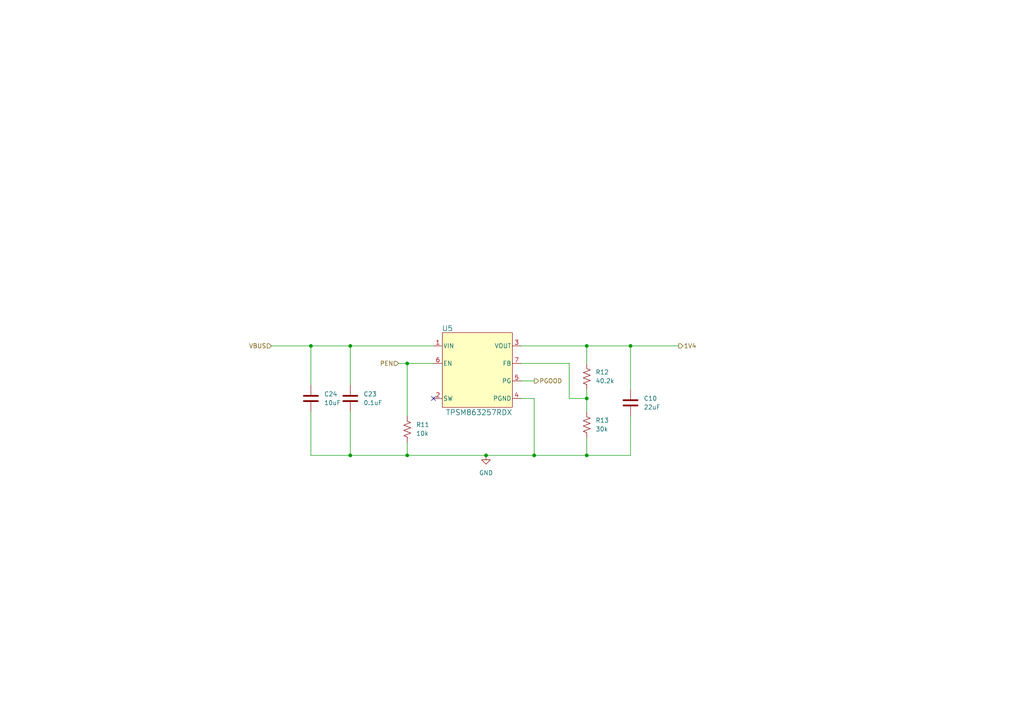
<source format=kicad_sch>
(kicad_sch (version 20231120) (generator "eeschema") (generator_version "8.0")
  (paper "A4")
  (title_block (title "NerdNOS") (date "2024-04-05") (rev "1"))
  (lib_symbols
    (symbol "Device:C" (pin_numbers hide) (pin_names (offset 0.254))
      (property "Reference" "C" (at 0.635 2.54 0))
      (property "Value" "C" (at 0.635 -2.54 0))
      (symbol "C_0_1"
        (polyline (pts (xy -2.032 -0.762) (xy 2.032 -0.762)) (stroke (width 0.508)))
        (polyline (pts (xy -2.032 0.762) (xy 2.032 0.762)) (stroke (width 0.508)))
      )
      (symbol "C_1_1"
        (pin passive line (at 0 3.81 270) (length 2.794) (name "~") (number "1"))
        (pin passive line (at 0 -3.81 90) (length 2.794) (name "~") (number "2"))
      )
    )
    (symbol "Device:R_US" (pin_numbers hide) (pin_names (offset 0))
      (property "Reference" "R" (at 2.54 0 90))
      (property "Value" "R_US" (at -2.54 0 90))
      (symbol "R_US_0_1"
        (polyline (pts (xy 0 -2.286) (xy 0 -2.54)))
        (polyline (pts (xy 0 2.286) (xy 0 2.54)))
        (polyline (pts (xy 0 -0.762) (xy 1.016 -1.143) (xy 0 -1.524) (xy -1.016 -1.905) (xy 0 -2.286)))
        (polyline (pts (xy 0 0.762) (xy 1.016 0.381) (xy 0 0) (xy -1.016 -0.381) (xy 0 -0.762)))
        (polyline (pts (xy 0 2.286) (xy 1.016 1.905) (xy 0 1.524) (xy -1.016 1.143) (xy 0 0.762)))
      )
      (symbol "R_US_1_1"
        (pin passive line (at 0 3.81 270) (length 1.27) (name "~") (number "1"))
        (pin passive line (at 0 -3.81 90) (length 1.27) (name "~") (number "2"))
      )
    )
    (symbol "bitaxe:TPSM863257RDX" (pin_names (offset 0.254))
      (property "Reference" "U5" (at -9.144 11.684 0))
      (property "Value" "TPSM863257RDX" (at 4.064 -13.208 0))
      (symbol "TPSM863257RDX_0_1"
        (pin power_in line (at -12.7 6.35 0) (length 2.54) (name "VIN") (number "1"))
        (pin unspecified line (at -12.7 -8.89 0) (length 2.54) (name "SW") (number "2"))
        (pin power_in line (at 12.7 -8.89 180) (length 2.54) (name "PGND") (number "4"))
        (pin open_collector line (at 12.7 -3.81 180) (length 2.54) (name "PG") (number "5"))
        (pin input line (at -12.7 1.27 0) (length 2.54) (name "EN") (number "6"))
        (pin unspecified line (at 12.7 1.27 180) (length 2.54) (name "FB") (number "7"))
      )
      (symbol "TPSM863257RDX_1_1"
        (rectangle (start -10.16 10.16) (end 10.16 -11.43) (fill (type background)))
        (pin power_out line (at 12.7 6.35 180) (length 2.54) (name "VOUT") (number "3"))
      )
    )
    (symbol "power:GND" (power) (pin_numbers hide) (pin_names (offset 0) hide)
      (property "Value" "GND" (at 0 -3.81 0))
      (symbol "GND_0_1"
        (polyline (pts (xy 0 0) (xy 0 -1.27) (xy 1.27 -1.27) (xy 0 -2.54) (xy -1.27 -1.27) (xy 0 -1.27)))
      )
      (symbol "GND_1_1"
        (pin power_in line (at 0 0 270) (length 0) (name "~") (number "1"))
      )
    )
  )
  (junction (at 170.18 100.33))
  (junction (at 101.6 132.08))
  (junction (at 118.11 105.41))
  (junction (at 101.6 100.33))
  (junction (at 154.94 132.08))
  (junction (at 182.88 100.33))
  (junction (at 170.18 115.57))
  (junction (at 140.97 132.08))
  (junction (at 90.17 100.33))
  (junction (at 170.18 132.08))
  (junction (at 118.11 132.08))
  (no_connect (at 125.73 115.57))
  (wire (pts (xy 101.6 100.33) (xy 101.6 111.76)))
  (wire (pts (xy 170.18 132.08) (xy 182.88 132.08)))
  (wire (pts (xy 151.13 110.49) (xy 154.94 110.49)))
  (wire (pts (xy 90.17 119.38) (xy 90.17 132.08)))
  (wire (pts (xy 165.1 115.57) (xy 165.1 105.41)))
  (wire (pts (xy 90.17 100.33) (xy 90.17 111.76)))
  (wire (pts (xy 182.88 100.33) (xy 170.18 100.33)))
  (wire (pts (xy 101.6 100.33) (xy 125.73 100.33)))
  (wire (pts (xy 101.6 132.08) (xy 118.11 132.08)))
  (wire (pts (xy 182.88 113.03) (xy 182.88 100.33)))
  (wire (pts (xy 170.18 105.41) (xy 170.18 100.33)))
  (wire (pts (xy 90.17 132.08) (xy 101.6 132.08)))
  (wire (pts (xy 101.6 119.38) (xy 101.6 132.08)))
  (wire (pts (xy 118.11 132.08) (xy 140.97 132.08)))
  (wire (pts (xy 170.18 115.57) (xy 170.18 119.38)))
  (wire (pts (xy 151.13 105.41) (xy 165.1 105.41)))
  (wire (pts (xy 118.11 128.27) (xy 118.11 132.08)))
  (wire (pts (xy 78.74 100.33) (xy 90.17 100.33)))
  (wire (pts (xy 182.88 100.33) (xy 196.85 100.33)))
  (wire (pts (xy 118.11 105.41) (xy 118.11 120.65)))
  (wire (pts (xy 170.18 113.03) (xy 170.18 115.57)))
  (wire (pts (xy 140.97 132.08) (xy 154.94 132.08)))
  (wire (pts (xy 90.17 100.33) (xy 101.6 100.33)))
  (wire (pts (xy 115.57 105.41) (xy 118.11 105.41)))
  (wire (pts (xy 170.18 115.57) (xy 165.1 115.57)))
  (wire (pts (xy 118.11 105.41) (xy 125.73 105.41)))
  (wire (pts (xy 170.18 127) (xy 170.18 132.08)))
  (wire (pts (xy 154.94 132.08) (xy 170.18 132.08)))
  (wire (pts (xy 154.94 115.57) (xy 151.13 115.57)))
  (wire (pts (xy 182.88 132.08) (xy 182.88 120.65)))
  (wire (pts (xy 151.13 100.33) (xy 170.18 100.33)))
  (wire (pts (xy 154.94 115.57) (xy 154.94 132.08)))
  (hierarchical_label "1V4" (shape output) (at 196.85 100.33 0))
  (hierarchical_label "PGOOD" (shape output) (at 154.94 110.49 0))
  (hierarchical_label "PEN" (shape input) (at 115.57 105.41 180))
  (hierarchical_label "VBUS" (shape input) (at 78.74 100.33 180))
  (symbol (lib_id "Device:C") (at 182.88 116.84 0) (unit 1)
    (property "Reference" "C10" (at 186.69 115.5699 0) (effects (justify left)))
    (property "Value" "22uF" (at 186.69 118.1099 0) (effects (justify left)))
    (property "Footprint" "Capacitor_SMD:C_0603_1608Metric" (effects (hide yes)))
    (property "Description" "Unpolarized capacitor" (effects (hide yes)))
    (property "PARTNO" "GRM21BR60J226ME39L" (effects (hide yes)))
    (property "DK" "490-7611-2-ND" (effects (hide yes)))
  )
  (symbol (lib_id "power:GND") (at 140.97 132.08 0) (unit 1)
    (property "Reference" "#PWR016" (effects (hide yes)))
    (property "Value" "GND" (at 140.97 137.16 0))
    (property "Description" "Power symbol creates a global label with name \"GND\" , ground" (effects (hide yes)))
  )
  (symbol (lib_id "Device:C") (at 101.6 115.57 0) (unit 1)
    (property "Reference" "C23" (at 105.41 114.2999 0) (effects (justify left)))
    (property "Value" "0.1uF" (at 105.41 116.8399 0) (effects (justify left)))
    (property "Footprint" "Capacitor_SMD:C_0402_1005Metric" (effects (hide yes)))
    (property "Description" "Unpolarized capacitor" (effects (hide yes)))
    (property "PARTNO" "KGM05AR71C104KH" (effects (hide yes)))
    (property "DK" "478-KGM05AR71C104KHCT-ND" (effects (hide yes)))
  )
  (symbol (lib_id "bitaxe:TPSM863257RDX") (at 138.43 106.68 0) (unit 1)
    (property "Reference" "U5" (at 129.794 95.25 0) (effects (font (size 1.524 1.524))))
    (property "Value" "TPSM863257RDX" (at 138.938 119.634 0) (effects (font (size 1.524 1.524))))
    (property "Footprint" "bitaxe:TPSM863257RDX" (effects (hide yes)))
    (property "Datasheet" "https://www.ti.com/lit/ds/symlink/tpsm863257.pdf" (effects (hide yes)))
    (property "DK" "296-TPSM863257RDXRCT-ND" (effects (hide yes)))
    (property "PARTNO" "TPSM863257RDXR" (effects (hide yes)))
  )
  (symbol (lib_id "Device:C") (at 90.17 115.57 0) (unit 1)
    (property "Reference" "C24" (at 93.98 114.2999 0) (effects (justify left)))
    (property "Value" "10uF" (at 93.98 116.8399 0) (effects (justify left)))
    (property "Footprint" "Capacitor_SMD:C_0805_2012Metric" (effects (hide yes)))
    (property "Description" "Unpolarized capacitor" (effects (hide yes)))
    (property "PARTNO" "C0805C106K8PACTU" (effects (hide yes)))
    (property "DK" "399-C0805C106K8PAC7800CT-ND" (effects (hide yes)))
  )
  (symbol (lib_id "Device:R_US") (at 170.18 123.19 0) (unit 1)
    (property "Reference" "R13" (at 172.72 121.9199 0) (effects (justify left)))
    (property "Value" "30k" (at 172.72 124.4599 0) (effects (justify left)))
    (property "Footprint" "Resistor_SMD:R_0603_1608Metric" (effects (hide yes)))
    (property "Description" "Resistor, US symbol" (effects (hide yes)))
    (property "PARTNO" "RC0603FR-0730KL" (effects (hide yes)))
    (property "DK" "311-30.0KHRCT-ND" (effects (hide yes)))
  )
  (symbol (lib_id "Device:R_US") (at 170.18 109.22 0) (unit 1)
    (property "Reference" "R12" (at 172.72 107.9499 0) (effects (justify left)))
    (property "Value" "40.2k" (at 172.72 110.4899 0) (effects (justify left)))
    (property "Footprint" "Resistor_SMD:R_0603_1608Metric" (effects (hide yes)))
    (property "Description" "Resistor, US symbol" (effects (hide yes)))
    (property "PARTNO" "RC0603FR-0740K2L " (effects (hide yes)))
    (property "DK" "311-40.2KHRTR-ND" (effects (hide yes)))
  )
  (symbol (lib_id "Device:R_US") (at 118.11 124.46 0) (unit 1)
    (property "Reference" "R11" (at 120.65 123.1899 0) (effects (justify left)))
    (property "Value" "10k" (at 120.65 125.7299 0) (effects (justify left)))
    (property "Footprint" "Resistor_SMD:R_0402_1005Metric" (effects (hide yes)))
    (property "Description" "Resistor, US symbol" (effects (hide yes)))
    (property "PARTNO" "RC0402JR-0710KL" (effects (hide yes)))
    (property "DK" "311-10KJRCT-ND" (effects (hide yes)))
  )
)
</source>
